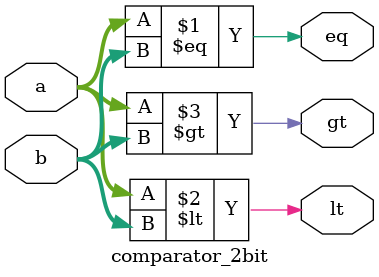
<source format=v>
`timescale 1ns / 1ps

module comparator_2bit (
    input wire [1:0] a,
    input wire [1:0] b,
    output wire eq,
    output wire lt,
    output wire gt
);
    assign eq = (a == b);
    assign lt = (a < b);
    assign gt = (a > b);
endmodule

</source>
